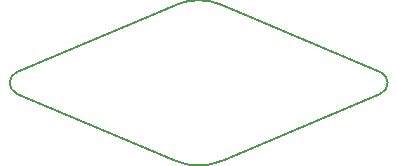
<source format=gbr>
%TF.GenerationSoftware,KiCad,Pcbnew,8.0.2*%
%TF.CreationDate,2024-06-01T19:30:20+08:00*%
%TF.ProjectId,encoder,656e636f-6465-4722-9e6b-696361645f70,rev?*%
%TF.SameCoordinates,Original*%
%TF.FileFunction,Profile,NP*%
%FSLAX46Y46*%
G04 Gerber Fmt 4.6, Leading zero omitted, Abs format (unit mm)*
G04 Created by KiCad (PCBNEW 8.0.2) date 2024-06-01 19:30:20*
%MOMM*%
%LPD*%
G01*
G04 APERTURE LIST*
%TA.AperFunction,Profile*%
%ADD10C,0.200000*%
%TD*%
G04 APERTURE END LIST*
D10*
X184900000Y-73850000D02*
X198342121Y-68165857D01*
X198342121Y-81376241D02*
X184900000Y-75692098D01*
X215678950Y-75692098D02*
X202236829Y-81376242D01*
X215678946Y-73850010D02*
G75*
G02*
X215678911Y-75692005I-389446J-920990D01*
G01*
X215678946Y-73850010D02*
X215678950Y-73850000D01*
X202236829Y-68165857D02*
X215678950Y-73850000D01*
X184900004Y-75692088D02*
X184900000Y-75692098D01*
X184900004Y-75692088D02*
G75*
G02*
X184899969Y-73849927I389496J921088D01*
G01*
X202236829Y-81376242D02*
G75*
G02*
X198342128Y-81376224I-1947329J4605142D01*
G01*
X215678946Y-75692088D02*
X215678950Y-75692098D01*
X184900004Y-73850010D02*
X184900000Y-73850000D01*
X198342121Y-68165857D02*
G75*
G02*
X202236829Y-68165857I1947354J-4605168D01*
G01*
M02*

</source>
